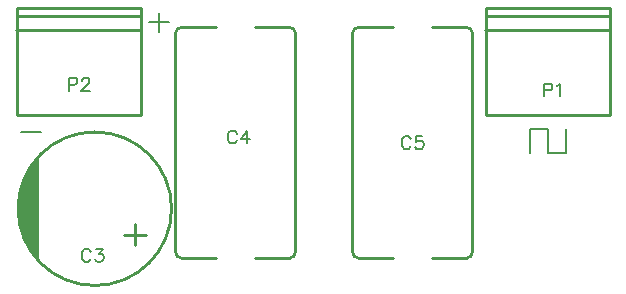
<source format=gto>
G04 Layer: TopSilkscreenLayer*
G04 EasyEDA v6.5.8, 2022-07-18 23:19:08*
G04 1589dfe675ed41be9403e30dc75cfddf,10*
G04 Gerber Generator version 0.2*
G04 Scale: 100 percent, Rotated: No, Reflected: No *
G04 Dimensions in millimeters *
G04 leading zeros omitted , absolute positions ,4 integer and 5 decimal *
%FSLAX45Y45*%
%MOMM*%

%ADD10C,0.2032*%
%ADD11C,0.1524*%
%ADD12C,0.2000*%
%ADD13C,0.2540*%

%LPD*%
D10*
X79989Y-1105895D02*
G01*
X246359Y-1105895D01*
X1243162Y-92659D02*
G01*
X1243162Y-259029D01*
X1160104Y-175717D02*
G01*
X1326220Y-175717D01*
D11*
X668400Y-2118443D02*
G01*
X663066Y-2108029D01*
X652652Y-2097615D01*
X642493Y-2092535D01*
X621664Y-2092535D01*
X611250Y-2097615D01*
X600836Y-2108029D01*
X595502Y-2118443D01*
X590422Y-2134191D01*
X590422Y-2160099D01*
X595502Y-2175593D01*
X600836Y-2186007D01*
X611250Y-2196421D01*
X621664Y-2201501D01*
X642493Y-2201501D01*
X652652Y-2196421D01*
X663066Y-2186007D01*
X668400Y-2175593D01*
X713104Y-2092535D02*
G01*
X770254Y-2092535D01*
X739013Y-2134191D01*
X754506Y-2134191D01*
X764920Y-2139271D01*
X770254Y-2144351D01*
X775334Y-2160099D01*
X775334Y-2170513D01*
X770254Y-2186007D01*
X759840Y-2196421D01*
X744093Y-2201501D01*
X728598Y-2201501D01*
X713104Y-2196421D01*
X707770Y-2191341D01*
X702690Y-2180927D01*
X1904519Y-1116667D02*
G01*
X1899185Y-1106253D01*
X1888771Y-1095839D01*
X1878611Y-1090759D01*
X1857783Y-1090759D01*
X1847369Y-1095839D01*
X1836955Y-1106253D01*
X1831621Y-1116667D01*
X1826541Y-1132415D01*
X1826541Y-1158323D01*
X1831621Y-1173817D01*
X1836955Y-1184231D01*
X1847369Y-1194645D01*
X1857783Y-1199725D01*
X1878611Y-1199725D01*
X1888771Y-1194645D01*
X1899185Y-1184231D01*
X1904519Y-1173817D01*
X1990625Y-1090759D02*
G01*
X1938809Y-1163403D01*
X2016787Y-1163403D01*
X1990625Y-1090759D02*
G01*
X1990625Y-1199725D01*
X3378014Y-1165026D02*
G01*
X3372680Y-1154612D01*
X3362266Y-1144198D01*
X3352106Y-1139118D01*
X3331278Y-1139118D01*
X3320864Y-1144198D01*
X3310450Y-1154612D01*
X3305116Y-1165026D01*
X3300036Y-1180774D01*
X3300036Y-1206682D01*
X3305116Y-1222176D01*
X3310450Y-1232590D01*
X3320864Y-1243004D01*
X3331278Y-1248084D01*
X3352106Y-1248084D01*
X3362266Y-1243004D01*
X3372680Y-1232590D01*
X3378014Y-1222176D01*
X3474534Y-1139118D02*
G01*
X3422718Y-1139118D01*
X3417384Y-1185854D01*
X3422718Y-1180774D01*
X3438212Y-1175440D01*
X3453706Y-1175440D01*
X3469454Y-1180774D01*
X3479868Y-1190934D01*
X3484948Y-1206682D01*
X3484948Y-1217096D01*
X3479868Y-1232590D01*
X3469454Y-1243004D01*
X3453706Y-1248084D01*
X3438212Y-1248084D01*
X3422718Y-1243004D01*
X3417384Y-1237924D01*
X3412304Y-1227510D01*
X4503635Y-692642D02*
G01*
X4503635Y-801608D01*
X4503635Y-692642D02*
G01*
X4550371Y-692642D01*
X4565865Y-697722D01*
X4571199Y-703056D01*
X4576279Y-713470D01*
X4576279Y-728964D01*
X4571199Y-739378D01*
X4565865Y-744458D01*
X4550371Y-749792D01*
X4503635Y-749792D01*
X4610569Y-713470D02*
G01*
X4620983Y-708136D01*
X4636731Y-692642D01*
X4636731Y-801608D01*
X479986Y-644677D02*
G01*
X479986Y-753643D01*
X479986Y-644677D02*
G01*
X526722Y-644677D01*
X542216Y-649757D01*
X547550Y-655091D01*
X552630Y-665505D01*
X552630Y-680999D01*
X547550Y-691413D01*
X542216Y-696493D01*
X526722Y-701827D01*
X479986Y-701827D01*
X592254Y-670585D02*
G01*
X592254Y-665505D01*
X597334Y-655091D01*
X602668Y-649757D01*
X613082Y-644677D01*
X633656Y-644677D01*
X644070Y-649757D01*
X649404Y-655091D01*
X654484Y-665505D01*
X654484Y-675919D01*
X649404Y-686333D01*
X638990Y-701827D01*
X586920Y-753643D01*
X659818Y-753643D01*
G36*
X231038Y-1302613D02*
G01*
X121056Y-1452575D01*
X71018Y-1582623D01*
X61061Y-1702612D01*
X71018Y-1902612D01*
X131064Y-2072589D01*
X231038Y-2182622D01*
G37*
D12*
X4389907Y-1280007D02*
G01*
X4389907Y-1080109D01*
X4540021Y-1080109D01*
X4540021Y-1280007D01*
X4689881Y-1280007D01*
X4689881Y-1080109D01*
D13*
X1131163Y-1972589D02*
G01*
X951153Y-1972589D01*
X1041171Y-2062581D02*
G01*
X1041171Y-1882597D01*
X2400300Y-266700D02*
G01*
X2400300Y-2120900D01*
X2057400Y-2171700D02*
G01*
X2350300Y-2170899D01*
X2057400Y-215900D02*
G01*
X2350300Y-216700D01*
X1384300Y-2120900D02*
G01*
X1384300Y-266700D01*
X1727200Y-215900D02*
G01*
X1434299Y-216700D01*
X1727200Y-2171700D02*
G01*
X1434299Y-2170899D01*
X2882900Y-2120900D02*
G01*
X2882900Y-266700D01*
X3225800Y-215900D02*
G01*
X2932899Y-216700D01*
X3225800Y-2171700D02*
G01*
X2932899Y-2170899D01*
X3898900Y-266700D02*
G01*
X3898900Y-2120900D01*
X3556000Y-2171700D02*
G01*
X3848900Y-2170899D01*
X3556000Y-215900D02*
G01*
X3848900Y-216700D01*
X5060525Y-56936D02*
G01*
X5060525Y-956934D01*
X4010540Y-59933D02*
G01*
X4010540Y-959932D01*
X4010540Y-56936D02*
G01*
X5060525Y-56936D01*
X4007543Y-239918D02*
G01*
X5057528Y-239918D01*
X4010540Y-116931D02*
G01*
X5060525Y-116931D01*
X4010540Y-959932D02*
G01*
X5060525Y-959932D01*
X1090523Y-56936D02*
G01*
X1090523Y-956934D01*
X40538Y-59933D02*
G01*
X40538Y-959932D01*
X40538Y-56936D02*
G01*
X1090523Y-56936D01*
X37541Y-239918D02*
G01*
X1087526Y-239918D01*
X40538Y-116931D02*
G01*
X1090523Y-116931D01*
X40538Y-959932D02*
G01*
X1090523Y-959932D01*
G75*
G01*
X1384300Y-2120900D02*
G03*
X1434300Y-2170900I50000J0D01*
G75*
G01*
X1384300Y-266700D02*
G02*
X1434300Y-216700I50000J0D01*
G75*
G01*
X2400300Y-266700D02*
G03*
X2350300Y-216700I-50000J0D01*
G75*
G01*
X2400300Y-2120900D02*
G02*
X2350300Y-2170900I-50000J0D01*
G75*
G01*
X3898900Y-266700D02*
G03*
X3848900Y-216700I-50000J0D01*
G75*
G01*
X3898900Y-2120900D02*
G02*
X3848900Y-2170900I-50000J0D01*
G75*
G01*
X2882900Y-2120900D02*
G03*
X2932900Y-2170900I50000J0D01*
G75*
G01*
X2882900Y-266700D02*
G02*
X2932900Y-216700I50000J0D01*
G75*
G01
X1351178Y-1752600D02*
G03X1351178Y-1752600I-650011J0D01*
M02*

</source>
